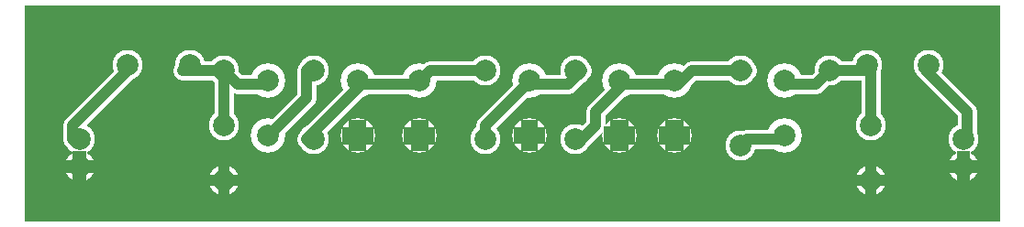
<source format=gbr>
%FSLAX34Y34*%
%MOMM*%
%LNCOPPER_BOTTOM*%
G71*
G01*
%ADD10C,2.800*%
%ADD11C,3.200*%
%ADD12C,1.800*%
%ADD13C,1.013*%
%ADD14C,1.200*%
%ADD15C,0.667*%
%ADD16C,1.713*%
%ADD17C,1.627*%
%ADD18C,1.487*%
%ADD19C,1.240*%
%ADD20C,2.000*%
%ADD21C,1.000*%
%LPD*%
G36*
X0Y200000D02*
X900000Y200000D01*
X900000Y0D01*
X0Y0D01*
X0Y200000D01*
G37*
%LPC*%
X266700Y139800D02*
G54D10*
D03*
X266700Y76300D02*
G54D10*
D03*
X307458Y79562D02*
G54D11*
D03*
X307346Y130542D02*
G54D11*
D03*
X425450Y139800D02*
G54D10*
D03*
X425450Y76300D02*
G54D10*
D03*
X466208Y79562D02*
G54D11*
D03*
X466096Y130542D02*
G54D11*
D03*
X508000Y139800D02*
G54D10*
D03*
X548758Y79561D02*
G54D11*
D03*
X548646Y130542D02*
G54D11*
D03*
X660400Y139800D02*
G54D10*
D03*
X660400Y69950D02*
G54D10*
D03*
X701158Y79562D02*
G54D11*
D03*
X701046Y130542D02*
G54D11*
D03*
X224908Y79562D02*
G54D11*
D03*
X224796Y130542D02*
G54D11*
D03*
X184150Y38200D02*
G54D10*
D03*
X184150Y139800D02*
G54D10*
D03*
X184150Y38200D02*
G54D10*
D03*
X184150Y38200D02*
G54D10*
D03*
X184150Y89000D02*
G54D10*
D03*
X742950Y139800D02*
G54D10*
D03*
X50800Y50900D02*
G54D10*
D03*
X50800Y76300D02*
G54D10*
D03*
X307458Y79562D02*
G54D10*
D03*
X307458Y79562D02*
G54D10*
D03*
X548758Y79561D02*
G54D10*
D03*
X307458Y79562D02*
G54D10*
D03*
X466208Y79562D02*
G54D10*
D03*
X364608Y79562D02*
G54D11*
D03*
X364496Y130542D02*
G54D11*
D03*
X364608Y79562D02*
G54D10*
D03*
X364608Y79562D02*
G54D10*
D03*
X364608Y79561D02*
G54D10*
D03*
X364608Y79561D02*
G54D10*
D03*
X599558Y79561D02*
G54D11*
D03*
X599446Y130542D02*
G54D11*
D03*
X599558Y79561D02*
G54D10*
D03*
X599558Y79561D02*
G54D10*
D03*
X508000Y76300D02*
G54D10*
D03*
X152400Y145100D02*
G54D10*
D03*
X95250Y145100D02*
G54D10*
D03*
X866416Y50900D02*
G54D10*
D03*
X866416Y76300D02*
G54D10*
D03*
X777516Y145100D02*
G54D10*
D03*
X834666Y145100D02*
G54D10*
D03*
G54D12*
X95250Y145100D02*
X95250Y139800D01*
X44450Y89000D01*
X44450Y76300D01*
X50800Y76300D01*
G54D12*
X152400Y145100D02*
X146050Y139800D01*
X184150Y139800D01*
G54D12*
X777516Y145100D02*
X781050Y139800D01*
X742950Y139800D01*
G54D12*
X834666Y145100D02*
X831850Y139800D01*
X869950Y101700D01*
X869950Y76300D01*
X866416Y76300D01*
X781050Y38200D02*
G54D10*
D03*
X781050Y38200D02*
G54D10*
D03*
X781050Y38200D02*
G54D10*
D03*
X781050Y89000D02*
G54D10*
D03*
G54D12*
X184150Y89000D02*
X184150Y139800D01*
G54D12*
X781050Y89000D02*
X781050Y139800D01*
X777516Y145100D01*
G54D12*
X184150Y139800D02*
X196850Y127100D01*
X222250Y127100D01*
X224796Y130542D01*
G54D12*
X224908Y79562D02*
X222250Y76300D01*
X260350Y114400D01*
X260350Y139800D01*
X266700Y139800D01*
G54D12*
X307346Y130542D02*
X311150Y127100D01*
X260350Y76300D01*
X266700Y76300D01*
G54D12*
X364496Y130542D02*
X361950Y127100D01*
X311150Y127100D01*
X307346Y130542D01*
G54D12*
X364496Y130542D02*
X361950Y127100D01*
X374650Y139800D01*
X425450Y139800D01*
G54D12*
X466096Y130542D02*
X463550Y127100D01*
X425450Y89000D01*
X425450Y76300D01*
G54D12*
X508000Y139800D02*
X514350Y139800D01*
X501650Y127100D01*
X463550Y127100D01*
X466096Y130542D01*
G54D12*
X508000Y76300D02*
X514350Y76300D01*
X527050Y89000D01*
X527050Y101700D01*
X552450Y127100D01*
X548646Y130542D01*
G54D12*
X599446Y130542D02*
X603250Y127100D01*
X552450Y127100D01*
X548646Y130542D01*
G54D12*
X599446Y130542D02*
X603250Y127100D01*
X615950Y139800D01*
X666750Y139800D01*
X660400Y139800D01*
G54D12*
X701158Y79562D02*
X704850Y76300D01*
X666750Y76300D01*
X660400Y69950D01*
G54D12*
X742950Y139800D02*
X730250Y127100D01*
X704850Y127100D01*
X701046Y130542D01*
%LPD*%
G54D13*
G36*
X179083Y38200D02*
X179083Y52700D01*
X189217Y52700D01*
X189217Y38200D01*
X179083Y38200D01*
G37*
G36*
X184150Y43267D02*
X198650Y43267D01*
X198650Y33133D01*
X184150Y33133D01*
X184150Y43267D01*
G37*
G36*
X189217Y38200D02*
X189217Y23700D01*
X179083Y23700D01*
X179083Y38200D01*
X189217Y38200D01*
G37*
G36*
X184150Y33133D02*
X169650Y33133D01*
X169650Y43267D01*
X184150Y43267D01*
X184150Y33133D01*
G37*
G54D14*
G36*
X44800Y50900D02*
X44800Y65400D01*
X56800Y65400D01*
X56800Y50900D01*
X44800Y50900D01*
G37*
G36*
X50800Y56900D02*
X65300Y56900D01*
X65300Y44900D01*
X50800Y44900D01*
X50800Y56900D01*
G37*
G36*
X56800Y50900D02*
X56800Y36400D01*
X44800Y36400D01*
X44800Y50900D01*
X56800Y50900D01*
G37*
G36*
X50800Y44900D02*
X36300Y44900D01*
X36300Y56900D01*
X50800Y56900D01*
X50800Y44900D01*
G37*
G54D15*
G36*
X304125Y79562D02*
X304125Y94062D01*
X310792Y94062D01*
X310792Y79562D01*
X304125Y79562D01*
G37*
G36*
X307458Y82895D02*
X321958Y82895D01*
X321958Y76228D01*
X307458Y76228D01*
X307458Y82895D01*
G37*
G36*
X310792Y79562D02*
X310792Y65062D01*
X304125Y65062D01*
X304125Y79562D01*
X310792Y79562D01*
G37*
G36*
X307458Y76228D02*
X292958Y76228D01*
X292958Y82895D01*
X307458Y82895D01*
X307458Y76228D01*
G37*
G54D16*
G36*
X540192Y79561D02*
X540192Y94061D01*
X557325Y94061D01*
X557325Y79561D01*
X540192Y79561D01*
G37*
G36*
X548758Y88128D02*
X563258Y88128D01*
X563258Y70995D01*
X548758Y70995D01*
X548758Y88128D01*
G37*
G36*
X557325Y79561D02*
X557325Y65061D01*
X540192Y65061D01*
X540192Y79561D01*
X557325Y79561D01*
G37*
G36*
X548758Y70995D02*
X534258Y70995D01*
X534258Y88128D01*
X548758Y88128D01*
X548758Y70995D01*
G37*
G54D17*
G36*
X299325Y79562D02*
X299325Y94062D01*
X315592Y94062D01*
X315592Y79562D01*
X299325Y79562D01*
G37*
G36*
X307458Y87695D02*
X321958Y87695D01*
X321958Y71428D01*
X307458Y71428D01*
X307458Y87695D01*
G37*
G36*
X315592Y79562D02*
X315592Y65062D01*
X299325Y65062D01*
X299325Y79562D01*
X315592Y79562D01*
G37*
G36*
X307458Y71428D02*
X292958Y71428D01*
X292958Y87695D01*
X307458Y87695D01*
X307458Y71428D01*
G37*
G54D18*
G36*
X458775Y79562D02*
X458775Y94062D01*
X473642Y94062D01*
X473642Y79562D01*
X458775Y79562D01*
G37*
G36*
X466208Y86995D02*
X480708Y86995D01*
X480708Y72128D01*
X466208Y72128D01*
X466208Y86995D01*
G37*
G36*
X473642Y79562D02*
X473642Y65062D01*
X458775Y65062D01*
X458775Y79562D01*
X473642Y79562D01*
G37*
G36*
X466208Y72128D02*
X451708Y72128D01*
X451708Y86995D01*
X466208Y86995D01*
X466208Y72128D01*
G37*
G54D13*
G36*
X359542Y79562D02*
X359542Y94062D01*
X369675Y94062D01*
X369675Y79562D01*
X359542Y79562D01*
G37*
G36*
X364608Y84628D02*
X379108Y84628D01*
X379108Y74495D01*
X364608Y74495D01*
X364608Y84628D01*
G37*
G36*
X369675Y79562D02*
X369675Y65062D01*
X359542Y65062D01*
X359542Y79562D01*
X369675Y79562D01*
G37*
G36*
X364608Y74495D02*
X350108Y74495D01*
X350108Y84628D01*
X364608Y84628D01*
X364608Y74495D01*
G37*
G54D15*
G36*
X361275Y79561D02*
X361275Y94061D01*
X367941Y94061D01*
X367941Y79561D01*
X361275Y79561D01*
G37*
G36*
X364608Y82894D02*
X379108Y82894D01*
X379108Y76228D01*
X364608Y76228D01*
X364608Y82894D01*
G37*
G36*
X367941Y79561D02*
X367941Y65061D01*
X361275Y65061D01*
X361275Y79561D01*
X367941Y79561D01*
G37*
G36*
X364608Y76228D02*
X350108Y76228D01*
X350108Y82894D01*
X364608Y82894D01*
X364608Y76228D01*
G37*
G54D17*
G36*
X356475Y79561D02*
X356475Y94061D01*
X372741Y94061D01*
X372741Y79561D01*
X356475Y79561D01*
G37*
G36*
X364608Y87694D02*
X379108Y87694D01*
X379108Y71428D01*
X364608Y71428D01*
X364608Y87694D01*
G37*
G36*
X372741Y79561D02*
X372741Y65061D01*
X356475Y65061D01*
X356475Y79561D01*
X372741Y79561D01*
G37*
G36*
X364608Y71428D02*
X350108Y71428D01*
X350108Y87694D01*
X364608Y87694D01*
X364608Y71428D01*
G37*
G54D13*
G36*
X594492Y79561D02*
X594492Y94061D01*
X604625Y94061D01*
X604625Y79561D01*
X594492Y79561D01*
G37*
G36*
X599558Y84628D02*
X614058Y84628D01*
X614058Y74495D01*
X599558Y74495D01*
X599558Y84628D01*
G37*
G36*
X604625Y79561D02*
X604625Y65061D01*
X594492Y65061D01*
X594492Y79561D01*
X604625Y79561D01*
G37*
G36*
X599558Y74495D02*
X585058Y74495D01*
X585058Y84628D01*
X599558Y84628D01*
X599558Y74495D01*
G37*
G54D16*
G36*
X590991Y79561D02*
X590991Y94061D01*
X608125Y94061D01*
X608125Y79561D01*
X590991Y79561D01*
G37*
G36*
X599558Y88128D02*
X614058Y88128D01*
X614058Y70994D01*
X599558Y70994D01*
X599558Y88128D01*
G37*
G36*
X608125Y79561D02*
X608125Y65061D01*
X590991Y65061D01*
X590991Y79561D01*
X608125Y79561D01*
G37*
G36*
X599558Y70994D02*
X585058Y70994D01*
X585058Y88128D01*
X599558Y88128D01*
X599558Y70994D01*
G37*
G54D19*
G36*
X872616Y50900D02*
X872616Y36400D01*
X860216Y36400D01*
X860216Y50900D01*
X872616Y50900D01*
G37*
G36*
X866416Y44700D02*
X851916Y44700D01*
X851916Y57100D01*
X866416Y57100D01*
X866416Y44700D01*
G37*
G36*
X860216Y50900D02*
X860216Y65400D01*
X872616Y65400D01*
X872616Y50900D01*
X860216Y50900D01*
G37*
G36*
X866416Y57100D02*
X880916Y57100D01*
X880916Y44700D01*
X866416Y44700D01*
X866416Y57100D01*
G37*
G54D13*
G36*
X775983Y38200D02*
X775983Y52700D01*
X786117Y52700D01*
X786117Y38200D01*
X775983Y38200D01*
G37*
G36*
X781050Y43267D02*
X795550Y43267D01*
X795550Y33133D01*
X781050Y33133D01*
X781050Y43267D01*
G37*
G36*
X786117Y38200D02*
X786117Y23700D01*
X775983Y23700D01*
X775983Y38200D01*
X786117Y38200D01*
G37*
G36*
X781050Y33133D02*
X766550Y33133D01*
X766550Y43267D01*
X781050Y43267D01*
X781050Y33133D01*
G37*
X266700Y139800D02*
G54D20*
D03*
X266700Y76300D02*
G54D20*
D03*
X307458Y79562D02*
G54D20*
D03*
X307346Y130542D02*
G54D20*
D03*
X425450Y139800D02*
G54D20*
D03*
X425450Y76300D02*
G54D20*
D03*
X466208Y79562D02*
G54D20*
D03*
X466096Y130542D02*
G54D20*
D03*
X508000Y139800D02*
G54D20*
D03*
X548758Y79561D02*
G54D20*
D03*
X548646Y130542D02*
G54D20*
D03*
X660400Y139800D02*
G54D20*
D03*
X660400Y69950D02*
G54D20*
D03*
X701158Y79562D02*
G54D20*
D03*
X701046Y130542D02*
G54D20*
D03*
X224908Y79562D02*
G54D20*
D03*
X224796Y130542D02*
G54D20*
D03*
X184150Y38200D02*
G54D20*
D03*
X184150Y139800D02*
G54D20*
D03*
X184150Y38200D02*
G54D20*
D03*
X184150Y38200D02*
G54D20*
D03*
X184150Y89000D02*
G54D20*
D03*
X742950Y139800D02*
G54D20*
D03*
X50800Y50900D02*
G54D20*
D03*
X50800Y76300D02*
G54D20*
D03*
X307458Y79562D02*
G54D20*
D03*
X307458Y79562D02*
G54D20*
D03*
X548758Y79561D02*
G54D20*
D03*
X307458Y79562D02*
G54D20*
D03*
X466208Y79562D02*
G54D20*
D03*
X364608Y79562D02*
G54D20*
D03*
X364496Y130542D02*
G54D20*
D03*
X364608Y79562D02*
G54D20*
D03*
X364608Y79562D02*
G54D20*
D03*
X364608Y79561D02*
G54D20*
D03*
X364608Y79561D02*
G54D20*
D03*
X599558Y79561D02*
G54D20*
D03*
X599446Y130542D02*
G54D20*
D03*
X599558Y79561D02*
G54D20*
D03*
X599558Y79561D02*
G54D20*
D03*
X508000Y76300D02*
G54D20*
D03*
X152400Y145100D02*
G54D20*
D03*
X95250Y145100D02*
G54D20*
D03*
X866416Y50900D02*
G54D20*
D03*
X866416Y76300D02*
G54D20*
D03*
X777516Y145100D02*
G54D20*
D03*
X834666Y145100D02*
G54D20*
D03*
G54D21*
X95250Y145100D02*
X95250Y139800D01*
X44450Y89000D01*
X44450Y76300D01*
X50800Y76300D01*
G54D21*
X152400Y145100D02*
X146050Y139800D01*
X184150Y139800D01*
G54D21*
X777516Y145100D02*
X781050Y139800D01*
X742950Y139800D01*
G54D21*
X834666Y145100D02*
X831850Y139800D01*
X869950Y101700D01*
X869950Y76300D01*
X866416Y76300D01*
X781050Y38200D02*
G54D20*
D03*
X781050Y38200D02*
G54D20*
D03*
X781050Y38200D02*
G54D20*
D03*
X781050Y89000D02*
G54D20*
D03*
G54D21*
X184150Y89000D02*
X184150Y139800D01*
G54D21*
X781050Y89000D02*
X781050Y139800D01*
X777516Y145100D01*
G54D21*
X184150Y139800D02*
X196850Y127100D01*
X222250Y127100D01*
X224796Y130542D01*
G54D21*
X224908Y79562D02*
X222250Y76300D01*
X260350Y114400D01*
X260350Y139800D01*
X266700Y139800D01*
G54D21*
X307346Y130542D02*
X311150Y127100D01*
X260350Y76300D01*
X266700Y76300D01*
G54D21*
X364496Y130542D02*
X361950Y127100D01*
X311150Y127100D01*
X307346Y130542D01*
G54D21*
X364496Y130542D02*
X361950Y127100D01*
X374650Y139800D01*
X425450Y139800D01*
G54D21*
X466096Y130542D02*
X463550Y127100D01*
X425450Y89000D01*
X425450Y76300D01*
G54D21*
X508000Y139800D02*
X514350Y139800D01*
X501650Y127100D01*
X463550Y127100D01*
X466096Y130542D01*
G54D21*
X508000Y76300D02*
X514350Y76300D01*
X527050Y89000D01*
X527050Y101700D01*
X552450Y127100D01*
X548646Y130542D01*
G54D21*
X599446Y130542D02*
X603250Y127100D01*
X552450Y127100D01*
X548646Y130542D01*
G54D21*
X599446Y130542D02*
X603250Y127100D01*
X615950Y139800D01*
X666750Y139800D01*
X660400Y139800D01*
G54D21*
X701158Y79562D02*
X704850Y76300D01*
X666750Y76300D01*
X660400Y69950D01*
G54D21*
X742950Y139800D02*
X730250Y127100D01*
X704850Y127100D01*
X701046Y130542D01*
M02*

</source>
